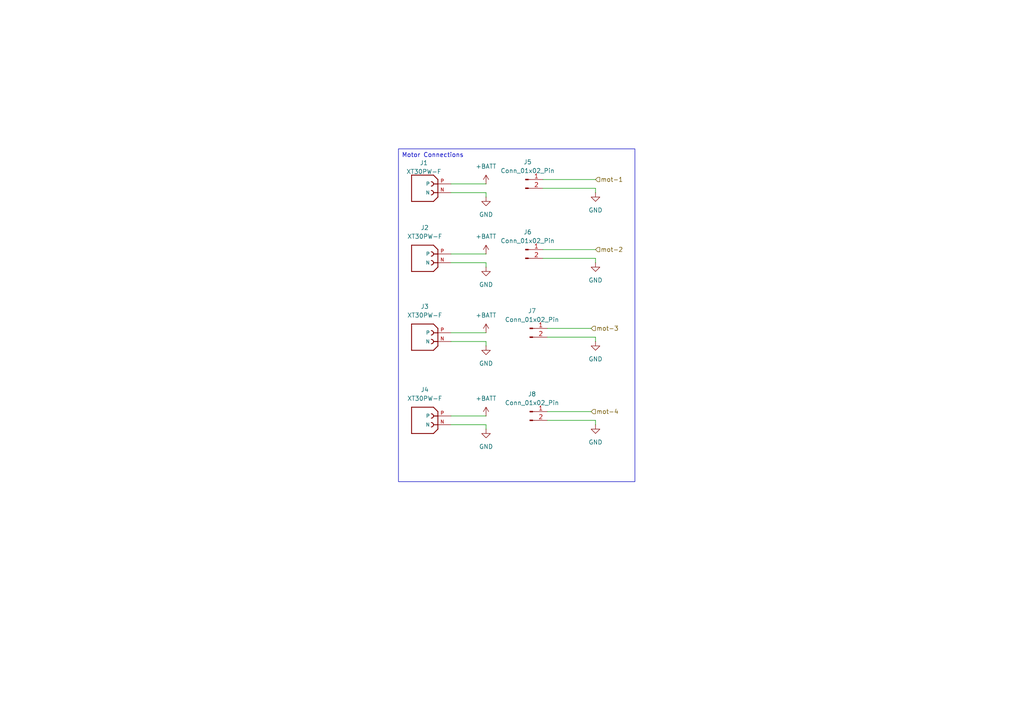
<source format=kicad_sch>
(kicad_sch (version 20231120) (generator "eeschema") (generator_version "8.0")
  (paper "A4")
  (lib_symbols
    (symbol "Connector:Conn_01x02_Pin" (pin_names (offset 1.016) hide)
      (property "Reference" "J" (at 0 2.54 0))
      (property "Value" "Conn_01x02_Pin" (at 0 -5.08 0))
      (symbol "Conn_01x02_Pin_1_1"
        (polyline (pts (xy 1.27 -2.54) (xy 0.8636 -2.54)) (stroke (width 0.1524)))
        (polyline (pts (xy 1.27 0) (xy 0.8636 0)) (stroke (width 0.1524)))
        (rectangle (start 0.8636 -2.413) (end 0 -2.667) (stroke (width 0.1524)) (fill (type outline)))
        (rectangle (start 0.8636 0.127) (end 0 -0.127) (stroke (width 0.1524)) (fill (type outline)))
        (pin passive line (at 5.08 0 180) (length 3.81) (name "Pin_1") (number "1"))
        (pin passive line (at 5.08 -2.54 180) (length 3.81) (name "Pin_2") (number "2"))
      )
    )
    (symbol "XT30PW-F:XT30PW-F" (pin_names (offset 1.016))
      (property "Reference" "J" (at -7.62 3.81 0))
      (property "Value" "XT30PW-F" (at -7.62 -7.62 0))
      (symbol "XT30PW-F_0_0"
        (arc (start -1.905 -3.175) (mid -1.2727 -2.54) (end -1.905 -1.905) (stroke (width 0.254)))
        (arc (start -1.905 -0.635) (mid -1.2727 0) (end -1.905 0.635) (stroke (width 0.254)))
        (polyline (pts (xy -7.62 -5.08) (xy -7.62 2.54)) (stroke (width 0.254)))
        (polyline (pts (xy -7.62 2.54) (xy -1.27 2.54)) (stroke (width 0.254)))
        (polyline (pts (xy -1.27 -5.08) (xy -7.62 -5.08)) (stroke (width 0.254)))
        (polyline (pts (xy 0 -3.81) (xy -1.27 -5.08)) (stroke (width 0.254)))
        (polyline (pts (xy 0 -2.54) (xy -1.27 -2.54)) (stroke (width 0.254)))
        (polyline (pts (xy 0 0) (xy -1.27 0)) (stroke (width 0.254)))
        (polyline (pts (xy 0 0) (xy 0 -3.81)) (stroke (width 0.254)))
        (polyline (pts (xy 0 1.27) (xy -1.27 2.54)) (stroke (width 0.254)))
        (polyline (pts (xy 0 1.27) (xy 0 0)) (stroke (width 0.254)))
      )
      (symbol "XT30PW-F_1_0"
        (pin power_in line (at 3.81 -2.54 180) (length 5.08) (name "N") (number "N"))
        (pin power_in line (at 3.81 0 180) (length 5.08) (name "P") (number "P"))
      )
      (symbol "XT30PW-F_1_1"
        (pin unspecified line (at -10.16 0 0) (length 2.54) hide (name "S1") (number "S1"))
        (pin unspecified line (at -10.16 -2.54 0) (length 2.54) hide (name "S2") (number "S2"))
      )
    )
    (symbol "power:+7.5V" (power) (pin_numbers hide) (pin_names (offset 0) hide)
      (property "Value" "+7.5V" (at 0 3.556 0))
      (symbol "+7.5V_0_1"
        (polyline (pts (xy -0.762 1.27) (xy 0 2.54)))
        (polyline (pts (xy 0 0) (xy 0 2.54)))
        (polyline (pts (xy 0 2.54) (xy 0.762 1.27)))
      )
      (symbol "+7.5V_1_1"
        (pin power_in line (at 0 0 90) (length 0) (name "~") (number "1"))
      )
    )
    (symbol "power:GND" (power) (pin_numbers hide) (pin_names (offset 0) hide)
      (property "Value" "GND" (at 0 -3.81 0))
      (symbol "GND_0_1"
        (polyline (pts (xy 0 0) (xy 0 -1.27) (xy 1.27 -1.27) (xy 0 -2.54) (xy -1.27 -1.27) (xy 0 -1.27)))
      )
      (symbol "GND_1_1"
        (pin power_in line (at 0 0 270) (length 0) (name "~") (number "1"))
      )
    )
  )
  (wire (pts (xy 157.48 74.93) (xy 172.72 74.93)))
  (wire (pts (xy 158.75 95.25) (xy 171.45 95.25)))
  (wire (pts (xy 172.72 74.93) (xy 172.72 76.2)))
  (wire (pts (xy 157.48 72.39) (xy 172.72 72.39)))
  (wire (pts (xy 140.97 99.06) (xy 140.97 100.33)))
  (wire (pts (xy 130.81 123.19) (xy 140.97 123.19)))
  (wire (pts (xy 140.97 76.2) (xy 140.97 77.47)))
  (wire (pts (xy 158.75 119.38) (xy 171.45 119.38)))
  (wire (pts (xy 172.72 54.61) (xy 172.72 55.88)))
  (wire (pts (xy 130.81 99.06) (xy 140.97 99.06)))
  (wire (pts (xy 140.97 55.88) (xy 140.97 57.15)))
  (wire (pts (xy 172.72 121.92) (xy 172.72 123.19)))
  (wire (pts (xy 140.97 123.19) (xy 140.97 124.46)))
  (wire (pts (xy 130.81 73.66) (xy 140.97 73.66)))
  (wire (pts (xy 130.81 76.2) (xy 140.97 76.2)))
  (wire (pts (xy 157.48 52.07) (xy 172.72 52.07)))
  (wire (pts (xy 158.75 121.92) (xy 172.72 121.92)))
  (wire (pts (xy 130.81 120.65) (xy 140.97 120.65)))
  (wire (pts (xy 130.81 53.34) (xy 140.97 53.34)))
  (wire (pts (xy 157.48 54.61) (xy 172.72 54.61)))
  (wire (pts (xy 158.75 97.79) (xy 172.72 97.79)))
  (wire (pts (xy 130.81 96.52) (xy 140.97 96.52)))
  (wire (pts (xy 130.81 55.88) (xy 140.97 55.88)))
  (wire (pts (xy 172.72 97.79) (xy 172.72 99.06)))
  (text_box "Motor Connections\n" (at 115.57 43.18 0) (size 68.58 96.52) (effects (font (size 1.27 1.27)) (justify left top)))
  (hierarchical_label "mot-1" (shape input) (at 172.72 52.07 0))
  (hierarchical_label "mot-4" (shape input) (at 171.45 119.38 0))
  (hierarchical_label "mot-3" (shape input) (at 171.45 95.25 0))
  (hierarchical_label "mot-2" (shape input) (at 172.72 72.39 0))
  (symbol (lib_id "power:GND") (at 172.72 99.06 0) (unit 1)
    (property "Reference" "#PWR018" (effects (hide yes)))
    (property "Value" "GND" (at 172.72 104.14 0))
    (property "Description" "Power symbol creates a global label with name \"GND\" , ground" (effects (hide yes)))
  )
  (symbol (lib_id "power:+7.5V") (at 140.97 53.34 0) (unit 1)
    (property "Reference" "#PWR01" (effects (hide yes)))
    (property "Value" "+BATT" (at 140.97 48.26 0))
    (property "Description" "Power symbol creates a global label with name \"+7.5V\"" (effects (hide yes)))
  )
  (symbol (lib_id "XT30PW-F:XT30PW-F") (at 127 120.65 0) (unit 1)
    (property "Reference" "J4" (at 123.19 113.03 0))
    (property "Value" "XT30PW-F" (at 123.19 115.57 0))
    (property "Footprint" "XT30PW-F:AMASS_XT30PW-F" (effects (hide yes)))
    (property "MF" "amass" (effects (hide yes)))
    (property "MAXIMUM_PACKAGE_HEIGHT" "5 mm" (effects (hide yes)))
    (property "Package" "None" (effects (hide yes)))
    (property "Price" "None" (effects (hide yes)))
    (property "Check_prices" "https://www.snapeda.com/parts/XT30PW-F/AMASS/view-part/?ref=eda" (effects (hide yes)))
    (property "STANDARD" "Manufacturer Recommendations" (effects (hide yes)))
    (property "PARTREV" "1.2" (effects (hide yes)))
    (property "SnapEDA_Link" "https://www.snapeda.com/parts/XT30PW-F/AMASS/view-part/?ref=snap" (effects (hide yes)))
    (property "MP" "XT30PW-F" (effects (hide yes)))
    (property "Description_1" "\nSocket; DC supply; XT30; female; PIN: 2; on PCBs; THT; yellow; 15A\n" (effects (hide yes)))
    (property "MANUFACTURER" "Amass" (effects (hide yes)))
    (property "Availability" "Not in stock" (effects (hide yes)))
    (property "SNAPEDA_PN" "XT30PW-F" (effects (hide yes)))
  )
  (symbol (lib_id "power:GND") (at 140.97 100.33 0) (unit 1)
    (property "Reference" "#PWR013" (effects (hide yes)))
    (property "Value" "GND" (at 140.97 105.41 0))
    (property "Description" "Power symbol creates a global label with name \"GND\" , ground" (effects (hide yes)))
  )
  (symbol (lib_id "power:GND") (at 140.97 77.47 0) (unit 1)
    (property "Reference" "#PWR011" (effects (hide yes)))
    (property "Value" "GND" (at 140.97 82.55 0))
    (property "Description" "Power symbol creates a global label with name \"GND\" , ground" (effects (hide yes)))
  )
  (symbol (lib_id "power:GND") (at 140.97 57.15 0) (unit 1)
    (property "Reference" "#PWR02" (effects (hide yes)))
    (property "Value" "GND" (at 140.97 62.23 0))
    (property "Description" "Power symbol creates a global label with name \"GND\" , ground" (effects (hide yes)))
  )
  (symbol (lib_id "Connector:Conn_01x02_Pin") (at 153.67 119.38 0) (unit 1)
    (property "Reference" "J8" (at 154.305 114.3 0))
    (property "Value" "Conn_01x02_Pin" (at 154.305 116.84 0))
    (property "Footprint" "Connector_PinHeader_2.54mm:PinHeader_1x02_P2.54mm_Horizontal" (effects (hide yes)))
    (property "Description" "Generic connector, single row, 01x02, script generated" (effects (hide yes)))
    (property "MANUFACTURER" "-" (effects (hide yes)))
  )
  (symbol (lib_id "power:+7.5V") (at 140.97 73.66 0) (unit 1)
    (property "Reference" "#PWR010" (effects (hide yes)))
    (property "Value" "+BATT" (at 140.97 68.58 0))
    (property "Description" "Power symbol creates a global label with name \"+7.5V\"" (effects (hide yes)))
  )
  (symbol (lib_id "power:GND") (at 140.97 124.46 0) (unit 1)
    (property "Reference" "#PWR015" (effects (hide yes)))
    (property "Value" "GND" (at 140.97 129.54 0))
    (property "Description" "Power symbol creates a global label with name \"GND\" , ground" (effects (hide yes)))
  )
  (symbol (lib_id "power:GND") (at 172.72 76.2 0) (unit 1)
    (property "Reference" "#PWR017" (effects (hide yes)))
    (property "Value" "GND" (at 172.72 81.28 0))
    (property "Description" "Power symbol creates a global label with name \"GND\" , ground" (effects (hide yes)))
  )
  (symbol (lib_id "power:GND") (at 172.72 55.88 0) (unit 1)
    (property "Reference" "#PWR016" (effects (hide yes)))
    (property "Value" "GND" (at 172.72 60.96 0))
    (property "Description" "Power symbol creates a global label with name \"GND\" , ground" (effects (hide yes)))
  )
  (symbol (lib_id "power:GND") (at 172.72 123.19 0) (unit 1)
    (property "Reference" "#PWR019" (effects (hide yes)))
    (property "Value" "GND" (at 172.72 128.27 0))
    (property "Description" "Power symbol creates a global label with name \"GND\" , ground" (effects (hide yes)))
  )
  (symbol (lib_id "power:+7.5V") (at 140.97 96.52 0) (unit 1)
    (property "Reference" "#PWR012" (effects (hide yes)))
    (property "Value" "+BATT" (at 140.97 91.44 0))
    (property "Description" "Power symbol creates a global label with name \"+7.5V\"" (effects (hide yes)))
  )
  (symbol (lib_id "XT30PW-F:XT30PW-F") (at 127 96.52 0) (unit 1)
    (property "Reference" "J3" (at 123.19 88.9 0))
    (property "Value" "XT30PW-F" (at 123.19 91.44 0))
    (property "Footprint" "XT30PW-F:AMASS_XT30PW-F" (effects (hide yes)))
    (property "MF" "amass" (effects (hide yes)))
    (property "MAXIMUM_PACKAGE_HEIGHT" "5 mm" (effects (hide yes)))
    (property "Package" "None" (effects (hide yes)))
    (property "Price" "None" (effects (hide yes)))
    (property "Check_prices" "https://www.snapeda.com/parts/XT30PW-F/AMASS/view-part/?ref=eda" (effects (hide yes)))
    (property "STANDARD" "Manufacturer Recommendations" (effects (hide yes)))
    (property "PARTREV" "1.2" (effects (hide yes)))
    (property "SnapEDA_Link" "https://www.snapeda.com/parts/XT30PW-F/AMASS/view-part/?ref=snap" (effects (hide yes)))
    (property "MP" "XT30PW-F" (effects (hide yes)))
    (property "Description_1" "\nSocket; DC supply; XT30; female; PIN: 2; on PCBs; THT; yellow; 15A\n" (effects (hide yes)))
    (property "MANUFACTURER" "Amass" (effects (hide yes)))
    (property "Availability" "Not in stock" (effects (hide yes)))
    (property "SNAPEDA_PN" "XT30PW-F" (effects (hide yes)))
  )
  (symbol (lib_id "Connector:Conn_01x02_Pin") (at 152.4 72.39 0) (unit 1)
    (property "Reference" "J6" (at 153.035 67.31 0))
    (property "Value" "Conn_01x02_Pin" (at 153.035 69.85 0))
    (property "Footprint" "Connector_PinHeader_2.54mm:PinHeader_1x02_P2.54mm_Horizontal" (effects (hide yes)))
    (property "Description" "Generic connector, single row, 01x02, script generated" (effects (hide yes)))
    (property "MANUFACTURER" "-" (effects (hide yes)))
  )
  (symbol (lib_id "Connector:Conn_01x02_Pin") (at 152.4 52.07 0) (unit 1)
    (property "Reference" "J5" (at 153.035 46.99 0))
    (property "Value" "Conn_01x02_Pin" (at 153.035 49.53 0))
    (property "Footprint" "Connector_PinHeader_2.54mm:PinHeader_1x02_P2.54mm_Horizontal" (effects (hide yes)))
    (property "Description" "Generic connector, single row, 01x02, script generated" (effects (hide yes)))
    (property "MANUFACTURER" "-" (effects (hide yes)))
  )
  (symbol (lib_id "XT30PW-F:XT30PW-F") (at 127 73.66 0) (unit 1)
    (property "Reference" "J2" (at 123.19 66.04 0))
    (property "Value" "XT30PW-F" (at 123.19 68.58 0))
    (property "Footprint" "XT30PW-F:AMASS_XT30PW-F" (effects (hide yes)))
    (property "MF" "amass" (effects (hide yes)))
    (property "MAXIMUM_PACKAGE_HEIGHT" "5 mm" (effects (hide yes)))
    (property "Package" "None" (effects (hide yes)))
    (property "Price" "None" (effects (hide yes)))
    (property "Check_prices" "https://www.snapeda.com/parts/XT30PW-F/AMASS/view-part/?ref=eda" (effects (hide yes)))
    (property "STANDARD" "Manufacturer Recommendations" (effects (hide yes)))
    (property "PARTREV" "1.2" (effects (hide yes)))
    (property "SnapEDA_Link" "https://www.snapeda.com/parts/XT30PW-F/AMASS/view-part/?ref=snap" (effects (hide yes)))
    (property "MP" "XT30PW-F" (effects (hide yes)))
    (property "Description_1" "\nSocket; DC supply; XT30; female; PIN: 2; on PCBs; THT; yellow; 15A\n" (effects (hide yes)))
    (property "MANUFACTURER" "Amass" (effects (hide yes)))
    (property "Availability" "Not in stock" (effects (hide yes)))
    (property "SNAPEDA_PN" "XT30PW-F" (effects (hide yes)))
  )
  (symbol (lib_id "Connector:Conn_01x02_Pin") (at 153.67 95.25 0) (unit 1)
    (property "Reference" "J7" (at 154.305 90.17 0))
    (property "Value" "Conn_01x02_Pin" (at 154.305 92.71 0))
    (property "Footprint" "Connector_PinHeader_2.54mm:PinHeader_1x02_P2.54mm_Horizontal" (effects (hide yes)))
    (property "Description" "Generic connector, single row, 01x02, script generated" (effects (hide yes)))
    (property "MANUFACTURER" "-" (effects (hide yes)))
  )
  (symbol (lib_id "power:+7.5V") (at 140.97 120.65 0) (unit 1)
    (property "Reference" "#PWR014" (effects (hide yes)))
    (property "Value" "+BATT" (at 140.97 115.57 0))
    (property "Description" "Power symbol creates a global label with name \"+7.5V\"" (effects (hide yes)))
  )
  (symbol (lib_id "XT30PW-F:XT30PW-F") (at 127 53.34 0) (unit 1)
    (property "Reference" "J1" (at 122.936 47.244 0))
    (property "Value" "XT30PW-F" (at 122.936 49.784 0))
    (property "Footprint" "XT30PW-F:AMASS_XT30PW-F" (effects (hide yes)))
    (property "MF" "amass" (effects (hide yes)))
    (property "MAXIMUM_PACKAGE_HEIGHT" "5 mm" (effects (hide yes)))
    (property "Package" "None" (effects (hide yes)))
    (property "Price" "None" (effects (hide yes)))
    (property "Check_prices" "https://www.snapeda.com/parts/XT30PW-F/AMASS/view-part/?ref=eda" (effects (hide yes)))
    (property "STANDARD" "Manufacturer Recommendations" (effects (hide yes)))
    (property "PARTREV" "1.2" (effects (hide yes)))
    (property "SnapEDA_Link" "https://www.snapeda.com/parts/XT30PW-F/AMASS/view-part/?ref=snap" (effects (hide yes)))
    (property "MP" "XT30PW-F" (effects (hide yes)))
    (property "Description_1" "\nSocket; DC supply; XT30; female; PIN: 2; on PCBs; THT; yellow; 15A\n" (effects (hide yes)))
    (property "MANUFACTURER" "Amass" (effects (hide yes)))
    (property "Availability" "Not in stock" (effects (hide yes)))
    (property "SNAPEDA_PN" "XT30PW-F" (effects (hide yes)))
  )
)
</source>
